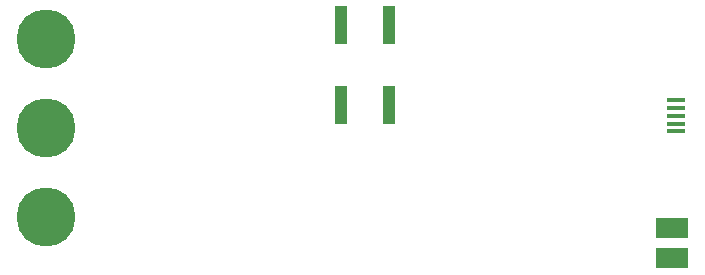
<source format=gbr>
%TF.GenerationSoftware,Altium Limited,Altium Designer,20.2.6 (244)*%
G04 Layer_Color=128*
%FSLAX45Y45*%
%MOMM*%
%TF.SameCoordinates,BE144905-350C-4E41-9AB6-63F68E724E9C*%
%TF.FilePolarity,Positive*%
%TF.FileFunction,Paste,Bot*%
%TF.Part,Single*%
G01*
G75*
%TA.AperFunction,SMDPad,CuDef*%
%ADD57R,2.70000X1.80000*%
%ADD58R,1.00000X3.20000*%
%ADD59R,1.50000X0.40000*%
%ADD60C,5.00000*%
D57*
X5990000Y363000D02*
D03*
Y617000D02*
D03*
D58*
X3590000Y1655025D02*
D03*
Y2335026D02*
D03*
X3190000D02*
D03*
Y1655025D02*
D03*
D59*
X6020000Y1435000D02*
D03*
Y1500000D02*
D03*
Y1565000D02*
D03*
Y1630000D02*
D03*
Y1695000D02*
D03*
D60*
X692500Y712500D02*
D03*
Y1460000D02*
D03*
Y2212500D02*
D03*
%TF.MD5,712e955b9680772a25ea63b19e173113*%
M02*

</source>
